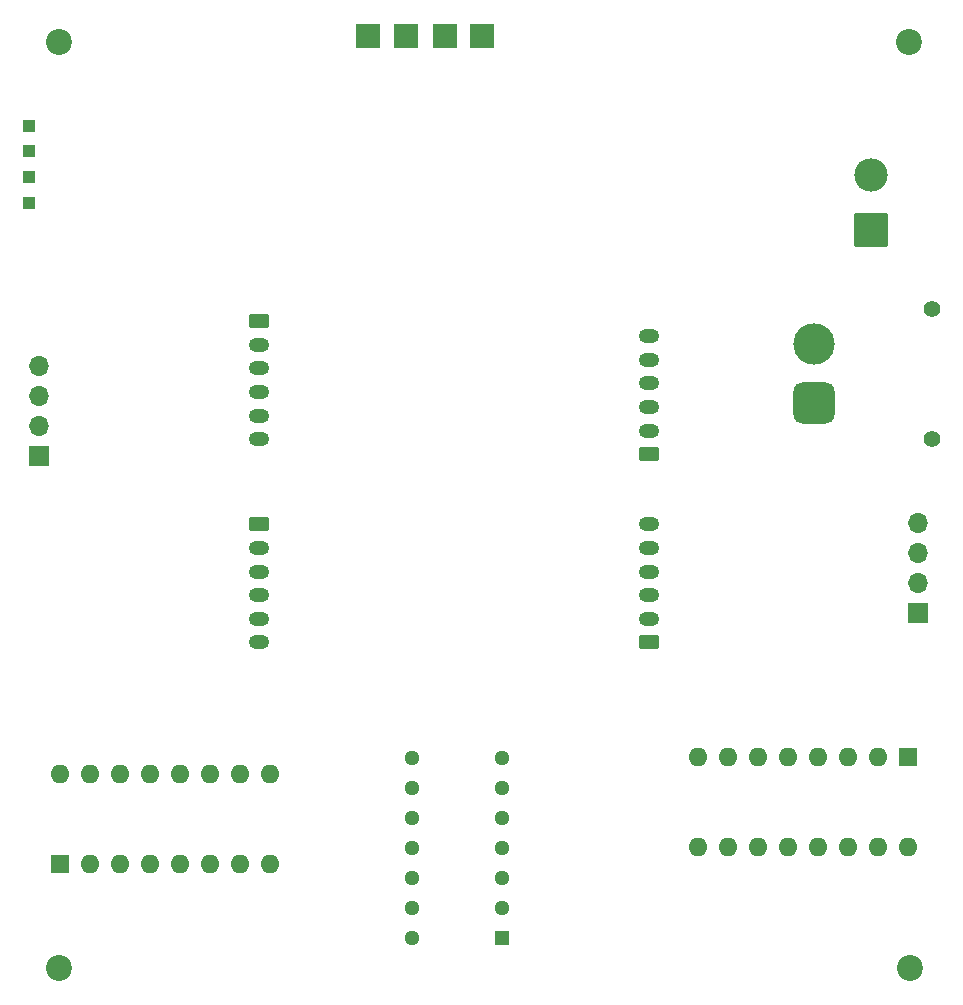
<source format=gbr>
%TF.GenerationSoftware,KiCad,Pcbnew,8.0.6*%
%TF.CreationDate,2025-01-05T12:11:02-05:00*%
%TF.ProjectId,omni-wheel,6f6d6e69-2d77-4686-9565-6c2e6b696361,rev?*%
%TF.SameCoordinates,Original*%
%TF.FileFunction,Soldermask,Bot*%
%TF.FilePolarity,Negative*%
%FSLAX46Y46*%
G04 Gerber Fmt 4.6, Leading zero omitted, Abs format (unit mm)*
G04 Created by KiCad (PCBNEW 8.0.6) date 2025-01-05 12:11:02*
%MOMM*%
%LPD*%
G01*
G04 APERTURE LIST*
G04 Aperture macros list*
%AMRoundRect*
0 Rectangle with rounded corners*
0 $1 Rounding radius*
0 $2 $3 $4 $5 $6 $7 $8 $9 X,Y pos of 4 corners*
0 Add a 4 corners polygon primitive as box body*
4,1,4,$2,$3,$4,$5,$6,$7,$8,$9,$2,$3,0*
0 Add four circle primitives for the rounded corners*
1,1,$1+$1,$2,$3*
1,1,$1+$1,$4,$5*
1,1,$1+$1,$6,$7*
1,1,$1+$1,$8,$9*
0 Add four rect primitives between the rounded corners*
20,1,$1+$1,$2,$3,$4,$5,0*
20,1,$1+$1,$4,$5,$6,$7,0*
20,1,$1+$1,$6,$7,$8,$9,0*
20,1,$1+$1,$8,$9,$2,$3,0*%
G04 Aperture macros list end*
%ADD10R,1.000000X1.000000*%
%ADD11RoundRect,0.250000X-0.625000X0.350000X-0.625000X-0.350000X0.625000X-0.350000X0.625000X0.350000X0*%
%ADD12O,1.750000X1.200000*%
%ADD13R,1.700000X1.700000*%
%ADD14O,1.700000X1.700000*%
%ADD15R,2.000000X2.000000*%
%ADD16R,1.600000X1.600000*%
%ADD17O,1.600000X1.600000*%
%ADD18C,2.200000*%
%ADD19C,1.400000*%
%ADD20RoundRect,0.770000X-0.980000X0.980000X-0.980000X-0.980000X0.980000X-0.980000X0.980000X0.980000X0*%
%ADD21C,3.500000*%
%ADD22RoundRect,0.250000X0.625000X-0.350000X0.625000X0.350000X-0.625000X0.350000X-0.625000X-0.350000X0*%
%ADD23RoundRect,0.102000X1.312500X-1.312500X1.312500X1.312500X-1.312500X1.312500X-1.312500X-1.312500X0*%
%ADD24C,2.829000*%
%ADD25R,1.295400X1.295400*%
%ADD26C,1.295400*%
G04 APERTURE END LIST*
D10*
%TO.C,J13*%
X78980000Y-69616666D03*
%TD*%
D11*
%TO.C,J4*%
X98500000Y-99000000D03*
D12*
X98500000Y-101000001D03*
X98500000Y-103000000D03*
X98500000Y-105000000D03*
X98500000Y-107000000D03*
X98500000Y-109000000D03*
%TD*%
D13*
%TO.C,J5*%
X79800000Y-93200000D03*
D14*
X79800000Y-90660000D03*
X79800000Y-88120001D03*
X79800000Y-85580000D03*
%TD*%
D13*
%TO.C,J15*%
X154250000Y-106500000D03*
D14*
X154250000Y-103960000D03*
X154250000Y-101420001D03*
X154250000Y-98880000D03*
%TD*%
D15*
%TO.C,J11*%
X107700000Y-57650000D03*
%TD*%
%TO.C,J10*%
X110950000Y-57650000D03*
%TD*%
D10*
%TO.C,J14*%
X78980000Y-71800000D03*
%TD*%
D16*
%TO.C,U2*%
X81625001Y-127800000D03*
D17*
X84165001Y-127800000D03*
X86705000Y-127800000D03*
X89245001Y-127800000D03*
X91785001Y-127800000D03*
X94325001Y-127800000D03*
X96865001Y-127800000D03*
X99405002Y-127800000D03*
X99405001Y-120180000D03*
X96865001Y-120180000D03*
X94325001Y-120180000D03*
X91785001Y-120180000D03*
X89245001Y-120180000D03*
X86705001Y-120180000D03*
X84165001Y-120180000D03*
X81625001Y-120180000D03*
%TD*%
D18*
%TO.C,REF\u002A\u002A*%
X153550000Y-136575000D03*
%TD*%
D19*
%TO.C,J7*%
X155450000Y-80750000D03*
X155450000Y-91750000D03*
D20*
X145450000Y-88750000D03*
D21*
X145450000Y-83750000D03*
%TD*%
D18*
%TO.C,REF\u002A\u002A*%
X153500000Y-58175000D03*
%TD*%
D10*
%TO.C,J12*%
X78980000Y-67433333D03*
%TD*%
D22*
%TO.C,J6*%
X131500000Y-93070000D03*
D12*
X131500000Y-91069999D03*
X131500000Y-89070000D03*
X131500000Y-87070000D03*
X131500000Y-85070000D03*
X131500000Y-83070000D03*
%TD*%
D23*
%TO.C,SW1*%
X150310000Y-74050000D03*
D24*
X150310001Y-69450000D03*
%TD*%
D15*
%TO.C,J9*%
X114200000Y-57650000D03*
%TD*%
D10*
%TO.C,J1*%
X78980000Y-65250000D03*
%TD*%
D18*
%TO.C,REF\u002A\u002A*%
X81500000Y-58175000D03*
%TD*%
D15*
%TO.C,J8*%
X117350000Y-57650000D03*
%TD*%
D22*
%TO.C,J2*%
X131500000Y-108999999D03*
D12*
X131500000Y-106999998D03*
X131500000Y-104999999D03*
X131500000Y-102999999D03*
X131500000Y-100999999D03*
X131500000Y-98999999D03*
%TD*%
D18*
%TO.C,REF\u002A\u002A*%
X81550000Y-136575000D03*
%TD*%
D25*
%TO.C,U4*%
X119000000Y-134000000D03*
D26*
X119000000Y-131460000D03*
X119000000Y-128920000D03*
X119000000Y-126380000D03*
X119000000Y-123840000D03*
X119000000Y-121300000D03*
X119000000Y-118760000D03*
X111380000Y-118760000D03*
X111380000Y-121300000D03*
X111380000Y-123839999D03*
X111380000Y-126380000D03*
X111380000Y-128920000D03*
X111380000Y-131460000D03*
X111380000Y-134000000D03*
%TD*%
D16*
%TO.C,U1*%
X153375000Y-118700000D03*
D17*
X150835000Y-118700000D03*
X148295001Y-118700000D03*
X145755000Y-118700000D03*
X143215000Y-118700000D03*
X140675000Y-118700000D03*
X138135000Y-118700000D03*
X135594999Y-118700000D03*
X135595000Y-126320000D03*
X138135000Y-126320000D03*
X140675000Y-126320000D03*
X143215000Y-126320000D03*
X145755000Y-126320000D03*
X148295000Y-126320000D03*
X150835000Y-126320000D03*
X153375000Y-126320000D03*
%TD*%
D11*
%TO.C,J3*%
X98500000Y-81800000D03*
D12*
X98500000Y-83800001D03*
X98500000Y-85800000D03*
X98500000Y-87800000D03*
X98500000Y-89800000D03*
X98500000Y-91800000D03*
%TD*%
M02*

</source>
